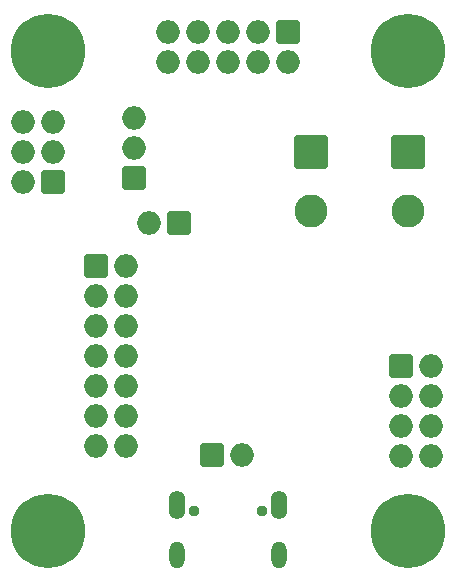
<source format=gbr>
%TF.GenerationSoftware,KiCad,Pcbnew,7.0.7-7.0.7~ubuntu23.04.1*%
%TF.CreationDate,2023-10-13T11:28:34+00:00*%
%TF.ProjectId,USBPDSINK01,55534250-4453-4494-9e4b-30312e6b6963,rev?*%
%TF.SameCoordinates,Original*%
%TF.FileFunction,Soldermask,Top*%
%TF.FilePolarity,Negative*%
%FSLAX46Y46*%
G04 Gerber Fmt 4.6, Leading zero omitted, Abs format (unit mm)*
G04 Created by KiCad (PCBNEW 7.0.7-7.0.7~ubuntu23.04.1) date 2023-10-13 11:28:34*
%MOMM*%
%LPD*%
G01*
G04 APERTURE LIST*
G04 Aperture macros list*
%AMRoundRect*
0 Rectangle with rounded corners*
0 $1 Rounding radius*
0 $2 $3 $4 $5 $6 $7 $8 $9 X,Y pos of 4 corners*
0 Add a 4 corners polygon primitive as box body*
4,1,4,$2,$3,$4,$5,$6,$7,$8,$9,$2,$3,0*
0 Add four circle primitives for the rounded corners*
1,1,$1+$1,$2,$3*
1,1,$1+$1,$4,$5*
1,1,$1+$1,$6,$7*
1,1,$1+$1,$8,$9*
0 Add four rect primitives between the rounded corners*
20,1,$1+$1,$2,$3,$4,$5,0*
20,1,$1+$1,$4,$5,$6,$7,0*
20,1,$1+$1,$6,$7,$8,$9,0*
20,1,$1+$1,$8,$9,$2,$3,0*%
G04 Aperture macros list end*
%ADD10RoundRect,0.150000X-1.250000X1.250000X-1.250000X-1.250000X1.250000X-1.250000X1.250000X1.250000X0*%
%ADD11C,2.800000*%
%ADD12C,6.300000*%
%ADD13RoundRect,0.150000X-0.850000X0.850000X-0.850000X-0.850000X0.850000X-0.850000X0.850000X0.850000X0*%
%ADD14O,2.000000X2.000000*%
%ADD15RoundRect,0.150000X0.850000X0.850000X-0.850000X0.850000X-0.850000X-0.850000X0.850000X-0.850000X0*%
%ADD16RoundRect,0.150000X-0.850000X-0.850000X0.850000X-0.850000X0.850000X0.850000X-0.850000X0.850000X0*%
%ADD17C,0.950000*%
%ADD18O,1.300000X2.300000*%
%ADD19O,1.350000X2.400000*%
G04 APERTURE END LIST*
D10*
%TO.C,J7*%
X40600000Y42180000D03*
X32400000Y42180000D03*
D11*
X40600000Y37180000D03*
X32400000Y37180000D03*
%TD*%
D12*
%TO.C,M3*%
X10160000Y10160000D03*
%TD*%
D13*
%TO.C,J2*%
X30475000Y52380000D03*
D14*
X30475000Y49840000D03*
X27935000Y52380000D03*
X27935000Y49840000D03*
X25395000Y52380000D03*
X25395000Y49840000D03*
X22855000Y52380000D03*
X22855000Y49840000D03*
X20315000Y52380000D03*
X20315000Y49840000D03*
%TD*%
D15*
%TO.C,JP3*%
X17400000Y39980000D03*
D14*
X17400000Y42520000D03*
X17400000Y45060000D03*
%TD*%
D15*
%TO.C,J4*%
X10600000Y39655000D03*
D14*
X8060000Y39655000D03*
X10600000Y42195000D03*
X8060000Y42195000D03*
X10600000Y44735000D03*
X8060000Y44735000D03*
%TD*%
D16*
%TO.C,J5*%
X24000000Y16570000D03*
D14*
X26540000Y16570000D03*
%TD*%
D12*
%TO.C,M2*%
X40640000Y50800000D03*
%TD*%
%TO.C,M1*%
X10160000Y50800000D03*
%TD*%
D16*
%TO.C,J3*%
X40000000Y24100000D03*
D14*
X42540000Y24100000D03*
X40000000Y21560000D03*
X42540000Y21560000D03*
X40000000Y19020000D03*
X42540000Y19020000D03*
X40000000Y16480000D03*
X42540000Y16480000D03*
%TD*%
D16*
%TO.C,J6*%
X14255000Y32525000D03*
D14*
X16795000Y32525000D03*
X14255000Y29985000D03*
X16795000Y29985000D03*
X14255000Y27445000D03*
X16795000Y27445000D03*
X14255000Y24905000D03*
X16795000Y24905000D03*
X14255000Y22365000D03*
X16795000Y22365000D03*
X14255000Y19825000D03*
X16795000Y19825000D03*
X14255000Y17285000D03*
X16795000Y17285000D03*
%TD*%
D12*
%TO.C,M4*%
X40640000Y10160000D03*
%TD*%
D15*
%TO.C,JP1*%
X21240000Y36180000D03*
D14*
X18700000Y36180000D03*
%TD*%
D17*
%TO.C,J1*%
X28290000Y11815000D03*
X22510000Y11815000D03*
D18*
X29720000Y8135000D03*
X21080000Y8135000D03*
D19*
X29720000Y12315000D03*
X21080000Y12315000D03*
%TD*%
M02*

</source>
